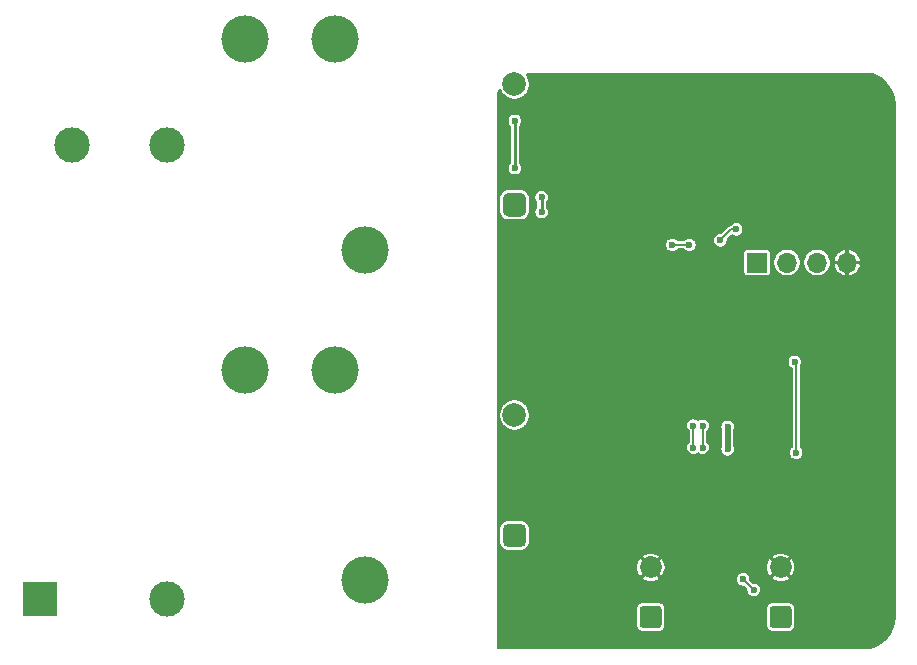
<source format=gbr>
%TF.GenerationSoftware,KiCad,Pcbnew,5.1.10*%
%TF.CreationDate,2021-08-16T03:58:39-04:00*%
%TF.ProjectId,wifi-50A-relay,77696669-2d35-4304-912d-72656c61792e,rev?*%
%TF.SameCoordinates,Original*%
%TF.FileFunction,Copper,L2,Bot*%
%TF.FilePolarity,Positive*%
%FSLAX46Y46*%
G04 Gerber Fmt 4.6, Leading zero omitted, Abs format (unit mm)*
G04 Created by KiCad (PCBNEW 5.1.10) date 2021-08-16 03:58:39*
%MOMM*%
%LPD*%
G01*
G04 APERTURE LIST*
%TA.AperFunction,ComponentPad*%
%ADD10R,3.000000X3.000000*%
%TD*%
%TA.AperFunction,ComponentPad*%
%ADD11C,3.000000*%
%TD*%
%TA.AperFunction,ComponentPad*%
%ADD12C,4.000000*%
%TD*%
%TA.AperFunction,ComponentPad*%
%ADD13C,2.000000*%
%TD*%
%TA.AperFunction,ComponentPad*%
%ADD14C,1.850000*%
%TD*%
%TA.AperFunction,ComponentPad*%
%ADD15O,1.700000X1.700000*%
%TD*%
%TA.AperFunction,ComponentPad*%
%ADD16R,1.700000X1.700000*%
%TD*%
%TA.AperFunction,ViaPad*%
%ADD17C,0.600000*%
%TD*%
%TA.AperFunction,Conductor*%
%ADD18C,0.250000*%
%TD*%
%TA.AperFunction,Conductor*%
%ADD19C,0.500000*%
%TD*%
%TA.AperFunction,Conductor*%
%ADD20C,0.127000*%
%TD*%
%TA.AperFunction,Conductor*%
%ADD21C,0.100000*%
%TD*%
G04 APERTURE END LIST*
D10*
%TO.P,PS1,1*%
%TO.N,/AC_PH_2*%
X40250000Y-82500000D03*
D11*
%TO.P,PS1,4*%
%TO.N,+12V*%
X43000000Y-44000000D03*
%TO.P,PS1,2*%
%TO.N,/AC_PH_1*%
X51000000Y-82500000D03*
%TO.P,PS1,3*%
%TO.N,GND*%
X51000000Y-44000000D03*
%TD*%
%TO.P,K2,A1*%
%TO.N,+12V*%
%TA.AperFunction,ComponentPad*%
G36*
G01*
X79460000Y-49600000D02*
X79460000Y-48600000D01*
G75*
G02*
X79960000Y-48100000I500000J0D01*
G01*
X80960000Y-48100000D01*
G75*
G02*
X81460000Y-48600000I0J-500000D01*
G01*
X81460000Y-49600000D01*
G75*
G02*
X80960000Y-50100000I-500000J0D01*
G01*
X79960000Y-50100000D01*
G75*
G02*
X79460000Y-49600000I0J500000D01*
G01*
G37*
%TD.AperFunction*%
D12*
%TO.P,K2,11*%
%TO.N,/AC_PH_2*%
X67800000Y-52900000D03*
%TO.P,K2,12*%
%TO.N,Net-(K2-Pad12)*%
X57660000Y-35100000D03*
%TO.P,K2,14*%
%TO.N,Net-(K2-Pad14)*%
X65260000Y-35100000D03*
D13*
%TO.P,K2,A2*%
%TO.N,Net-(D2-Pad2)*%
X80460000Y-38900000D03*
%TD*%
%TO.P,K1,A1*%
%TO.N,+12V*%
%TA.AperFunction,ComponentPad*%
G36*
G01*
X79460000Y-77600000D02*
X79460000Y-76600000D01*
G75*
G02*
X79960000Y-76100000I500000J0D01*
G01*
X80960000Y-76100000D01*
G75*
G02*
X81460000Y-76600000I0J-500000D01*
G01*
X81460000Y-77600000D01*
G75*
G02*
X80960000Y-78100000I-500000J0D01*
G01*
X79960000Y-78100000D01*
G75*
G02*
X79460000Y-77600000I0J500000D01*
G01*
G37*
%TD.AperFunction*%
D12*
%TO.P,K1,11*%
%TO.N,/AC_PH_1*%
X67800000Y-80900000D03*
%TO.P,K1,12*%
%TO.N,Net-(K1-Pad12)*%
X57660000Y-63100000D03*
%TO.P,K1,14*%
%TO.N,Net-(K1-Pad14)*%
X65260000Y-63100000D03*
D13*
%TO.P,K1,A2*%
%TO.N,Net-(D2-Pad2)*%
X80460000Y-66900000D03*
%TD*%
D14*
%TO.P,J3,2*%
%TO.N,GND*%
X103000000Y-79800000D03*
%TO.P,J3,1*%
%TO.N,Net-(C12-Pad1)*%
%TA.AperFunction,ComponentPad*%
G36*
G01*
X103675001Y-84925000D02*
X102324999Y-84925000D01*
G75*
G02*
X102075000Y-84675001I0J249999D01*
G01*
X102075000Y-83324999D01*
G75*
G02*
X102324999Y-83075000I249999J0D01*
G01*
X103675001Y-83075000D01*
G75*
G02*
X103925000Y-83324999I0J-249999D01*
G01*
X103925000Y-84675001D01*
G75*
G02*
X103675001Y-84925000I-249999J0D01*
G01*
G37*
%TD.AperFunction*%
%TD*%
%TO.P,J2,2*%
%TO.N,GND*%
X92000000Y-79800000D03*
%TO.P,J2,1*%
%TO.N,Net-(C11-Pad1)*%
%TA.AperFunction,ComponentPad*%
G36*
G01*
X92675001Y-84925000D02*
X91324999Y-84925000D01*
G75*
G02*
X91075000Y-84675001I0J249999D01*
G01*
X91075000Y-83324999D01*
G75*
G02*
X91324999Y-83075000I249999J0D01*
G01*
X92675001Y-83075000D01*
G75*
G02*
X92925000Y-83324999I0J-249999D01*
G01*
X92925000Y-84675001D01*
G75*
G02*
X92675001Y-84925000I-249999J0D01*
G01*
G37*
%TD.AperFunction*%
%TD*%
D15*
%TO.P,J1,4*%
%TO.N,GND*%
X108620000Y-54000000D03*
%TO.P,J1,3*%
%TO.N,Net-(J1-Pad3)*%
X106080000Y-54000000D03*
%TO.P,J1,2*%
%TO.N,Net-(J1-Pad2)*%
X103540000Y-54000000D03*
D16*
%TO.P,J1,1*%
%TO.N,+3V3*%
X101000000Y-54000000D03*
%TD*%
D17*
%TO.N,GND*%
X100400000Y-73700000D03*
X100450000Y-71900000D03*
X81000000Y-52000000D03*
X81000000Y-59000000D03*
X91500000Y-44250000D03*
X89250000Y-41250000D03*
X89250000Y-38500000D03*
X88250000Y-40000000D03*
X94000000Y-41500000D03*
X111200000Y-46000000D03*
X109300000Y-46000000D03*
X109200000Y-38500000D03*
X93800000Y-50500000D03*
X91800000Y-50500000D03*
X92700000Y-51500000D03*
X90200000Y-61200000D03*
X97200000Y-83800000D03*
X97300000Y-85600000D03*
X99300000Y-83500000D03*
X95700000Y-83600000D03*
X93600000Y-76200000D03*
X94500000Y-77100000D03*
X94800000Y-81800000D03*
X98600000Y-74500000D03*
X98600000Y-76800000D03*
X95100000Y-72800000D03*
X92400000Y-72400000D03*
X106700000Y-60600000D03*
X106700000Y-58000000D03*
X106500000Y-65700000D03*
X102500000Y-70000000D03*
X100900000Y-68100000D03*
X102500000Y-66200000D03*
X99800000Y-66300000D03*
X101000000Y-65000000D03*
X109400000Y-71300000D03*
X108300000Y-72800000D03*
X111800000Y-70700000D03*
X110700000Y-71900000D03*
X104400000Y-52200000D03*
X105900000Y-56100000D03*
X101800000Y-57300000D03*
X100700000Y-61700000D03*
X98700000Y-54000000D03*
X98500000Y-61400000D03*
X97700000Y-70700000D03*
X95900000Y-56300000D03*
X97100000Y-66700000D03*
X95400000Y-49600000D03*
X100500000Y-82500000D03*
X98500000Y-81000000D03*
X100250000Y-79750000D03*
X79269999Y-43730001D03*
X82000000Y-44000000D03*
X82000000Y-42000000D03*
X82000000Y-46000000D03*
X84000000Y-42000000D03*
X84000000Y-44000000D03*
X84000000Y-46000000D03*
X94000000Y-44200000D03*
X94000000Y-46600000D03*
X91500000Y-46300000D03*
X84600000Y-51200000D03*
X87000000Y-55400000D03*
X91300000Y-58200000D03*
X93800000Y-67500000D03*
X93500000Y-54600000D03*
X80000000Y-85000000D03*
X110000000Y-85000000D03*
X85000000Y-85000000D03*
X110000000Y-75000000D03*
X105000000Y-75000000D03*
X80000000Y-80000000D03*
X80000000Y-75000000D03*
X80000000Y-70000000D03*
X85000000Y-70000000D03*
X90000000Y-70000000D03*
X90000000Y-75000000D03*
X90000000Y-65000000D03*
X85000000Y-65000000D03*
%TO.N,+3V3*%
X98500000Y-67900000D03*
X98500000Y-69800000D03*
%TO.N,Net-(C7-Pad2)*%
X104300000Y-70100000D03*
X104195000Y-62405000D03*
%TO.N,Net-(D2-Pad2)*%
X80500000Y-42000000D03*
X80500000Y-46000000D03*
X82750000Y-48475000D03*
X82750000Y-49725000D03*
%TO.N,/SW*%
X97900000Y-52100000D03*
X99230331Y-51169669D03*
X93800001Y-52500000D03*
X95254011Y-52500000D03*
%TO.N,/SCL*%
X96400000Y-69650000D03*
X96400000Y-67822990D03*
%TO.N,/SDA*%
X95599997Y-69650000D03*
X95600585Y-67792360D03*
%TO.N,Net-(C12-Pad1)*%
X99819557Y-80819557D03*
X100703441Y-81703441D03*
%TD*%
D18*
%TO.N,GND*%
X100400000Y-74700000D02*
X100500000Y-74800000D01*
X100400000Y-73000000D02*
X100400000Y-74700000D01*
D19*
%TO.N,+3V3*%
X98500000Y-67900000D02*
X98500000Y-69800000D01*
D20*
%TO.N,Net-(C7-Pad2)*%
X104300000Y-62510000D02*
X104195000Y-62405000D01*
X104300000Y-70100000D02*
X104300000Y-62510000D01*
D18*
%TO.N,Net-(D2-Pad2)*%
X80500000Y-42000000D02*
X80500000Y-46000000D01*
X82750000Y-48475000D02*
X82750000Y-49725000D01*
D20*
%TO.N,/SW*%
X98830331Y-51169669D02*
X99230331Y-51169669D01*
X97900000Y-52100000D02*
X98830331Y-51169669D01*
X93800001Y-52500000D02*
X95254011Y-52500000D01*
%TO.N,/SCL*%
X96400000Y-69650000D02*
X96400000Y-67822990D01*
%TO.N,/SDA*%
X95599997Y-67792948D02*
X95600585Y-67792360D01*
X95599997Y-69650000D02*
X95599997Y-67792948D01*
%TO.N,Net-(C12-Pad1)*%
X99819557Y-80819557D02*
X100703441Y-81703441D01*
%TD*%
%TO.N,GND*%
X111012067Y-38144537D02*
X111469731Y-38387880D01*
X111871408Y-38715482D01*
X112201806Y-39114864D01*
X112448337Y-39570814D01*
X112601612Y-40065967D01*
X112657489Y-40597602D01*
X112657500Y-40600620D01*
X112657501Y-83983243D01*
X112605277Y-84515857D01*
X112455463Y-85012067D01*
X112212118Y-85469733D01*
X111884521Y-85871406D01*
X111485136Y-86201806D01*
X111029186Y-86448337D01*
X110534035Y-86601612D01*
X110002398Y-86657489D01*
X109999380Y-86657500D01*
X79063500Y-86657500D01*
X79063500Y-83324999D01*
X90755964Y-83324999D01*
X90755964Y-84675001D01*
X90766898Y-84786014D01*
X90799279Y-84892761D01*
X90851864Y-84991140D01*
X90922630Y-85077370D01*
X91008860Y-85148136D01*
X91107239Y-85200721D01*
X91213986Y-85233102D01*
X91324999Y-85244036D01*
X92675001Y-85244036D01*
X92786014Y-85233102D01*
X92892761Y-85200721D01*
X92991140Y-85148136D01*
X93077370Y-85077370D01*
X93148136Y-84991140D01*
X93200721Y-84892761D01*
X93233102Y-84786014D01*
X93244036Y-84675001D01*
X93244036Y-83324999D01*
X101755964Y-83324999D01*
X101755964Y-84675001D01*
X101766898Y-84786014D01*
X101799279Y-84892761D01*
X101851864Y-84991140D01*
X101922630Y-85077370D01*
X102008860Y-85148136D01*
X102107239Y-85200721D01*
X102213986Y-85233102D01*
X102324999Y-85244036D01*
X103675001Y-85244036D01*
X103786014Y-85233102D01*
X103892761Y-85200721D01*
X103991140Y-85148136D01*
X104077370Y-85077370D01*
X104148136Y-84991140D01*
X104200721Y-84892761D01*
X104233102Y-84786014D01*
X104244036Y-84675001D01*
X104244036Y-83324999D01*
X104233102Y-83213986D01*
X104200721Y-83107239D01*
X104148136Y-83008860D01*
X104077370Y-82922630D01*
X103991140Y-82851864D01*
X103892761Y-82799279D01*
X103786014Y-82766898D01*
X103675001Y-82755964D01*
X102324999Y-82755964D01*
X102213986Y-82766898D01*
X102107239Y-82799279D01*
X102008860Y-82851864D01*
X101922630Y-82922630D01*
X101851864Y-83008860D01*
X101799279Y-83107239D01*
X101766898Y-83213986D01*
X101755964Y-83324999D01*
X93244036Y-83324999D01*
X93233102Y-83213986D01*
X93200721Y-83107239D01*
X93148136Y-83008860D01*
X93077370Y-82922630D01*
X92991140Y-82851864D01*
X92892761Y-82799279D01*
X92786014Y-82766898D01*
X92675001Y-82755964D01*
X91324999Y-82755964D01*
X91213986Y-82766898D01*
X91107239Y-82799279D01*
X91008860Y-82851864D01*
X90922630Y-82922630D01*
X90851864Y-83008860D01*
X90799279Y-83107239D01*
X90766898Y-83213986D01*
X90755964Y-83324999D01*
X79063500Y-83324999D01*
X79063500Y-80670386D01*
X91219417Y-80670386D01*
X91318466Y-80846085D01*
X91535642Y-80958944D01*
X91770664Y-81027267D01*
X92014499Y-81048427D01*
X92257776Y-81021610D01*
X92491146Y-80947848D01*
X92681534Y-80846085D01*
X92730774Y-80758739D01*
X99202057Y-80758739D01*
X99202057Y-80880375D01*
X99225787Y-80999675D01*
X99272335Y-81112053D01*
X99339913Y-81213190D01*
X99425924Y-81299201D01*
X99527061Y-81366779D01*
X99639439Y-81413327D01*
X99758739Y-81437057D01*
X99880375Y-81437057D01*
X99895278Y-81434093D01*
X100088905Y-81627720D01*
X100085941Y-81642623D01*
X100085941Y-81764259D01*
X100109671Y-81883559D01*
X100156219Y-81995937D01*
X100223797Y-82097074D01*
X100309808Y-82183085D01*
X100410945Y-82250663D01*
X100523323Y-82297211D01*
X100642623Y-82320941D01*
X100764259Y-82320941D01*
X100883559Y-82297211D01*
X100995937Y-82250663D01*
X101097074Y-82183085D01*
X101183085Y-82097074D01*
X101250663Y-81995937D01*
X101297211Y-81883559D01*
X101320941Y-81764259D01*
X101320941Y-81642623D01*
X101297211Y-81523323D01*
X101250663Y-81410945D01*
X101183085Y-81309808D01*
X101097074Y-81223797D01*
X100995937Y-81156219D01*
X100883559Y-81109671D01*
X100764259Y-81085941D01*
X100642623Y-81085941D01*
X100627720Y-81088905D01*
X100434093Y-80895278D01*
X100437057Y-80880375D01*
X100437057Y-80758739D01*
X100419483Y-80670386D01*
X102219417Y-80670386D01*
X102318466Y-80846085D01*
X102535642Y-80958944D01*
X102770664Y-81027267D01*
X103014499Y-81048427D01*
X103257776Y-81021610D01*
X103491146Y-80947848D01*
X103681534Y-80846085D01*
X103780583Y-80670386D01*
X103000000Y-79889803D01*
X102219417Y-80670386D01*
X100419483Y-80670386D01*
X100413327Y-80639439D01*
X100366779Y-80527061D01*
X100299201Y-80425924D01*
X100213190Y-80339913D01*
X100112053Y-80272335D01*
X99999675Y-80225787D01*
X99880375Y-80202057D01*
X99758739Y-80202057D01*
X99639439Y-80225787D01*
X99527061Y-80272335D01*
X99425924Y-80339913D01*
X99339913Y-80425924D01*
X99272335Y-80527061D01*
X99225787Y-80639439D01*
X99202057Y-80758739D01*
X92730774Y-80758739D01*
X92780583Y-80670386D01*
X92000000Y-79889803D01*
X91219417Y-80670386D01*
X79063500Y-80670386D01*
X79063500Y-79814499D01*
X90751573Y-79814499D01*
X90778390Y-80057776D01*
X90852152Y-80291146D01*
X90953915Y-80481534D01*
X91129614Y-80580583D01*
X91910197Y-79800000D01*
X92089803Y-79800000D01*
X92870386Y-80580583D01*
X93046085Y-80481534D01*
X93158944Y-80264358D01*
X93227267Y-80029336D01*
X93245910Y-79814499D01*
X101751573Y-79814499D01*
X101778390Y-80057776D01*
X101852152Y-80291146D01*
X101953915Y-80481534D01*
X102129614Y-80580583D01*
X102910197Y-79800000D01*
X103089803Y-79800000D01*
X103870386Y-80580583D01*
X104046085Y-80481534D01*
X104158944Y-80264358D01*
X104227267Y-80029336D01*
X104248427Y-79785501D01*
X104221610Y-79542224D01*
X104147848Y-79308854D01*
X104046085Y-79118466D01*
X103870386Y-79019417D01*
X103089803Y-79800000D01*
X102910197Y-79800000D01*
X102129614Y-79019417D01*
X101953915Y-79118466D01*
X101841056Y-79335642D01*
X101772733Y-79570664D01*
X101751573Y-79814499D01*
X93245910Y-79814499D01*
X93248427Y-79785501D01*
X93221610Y-79542224D01*
X93147848Y-79308854D01*
X93046085Y-79118466D01*
X92870386Y-79019417D01*
X92089803Y-79800000D01*
X91910197Y-79800000D01*
X91129614Y-79019417D01*
X90953915Y-79118466D01*
X90841056Y-79335642D01*
X90772733Y-79570664D01*
X90751573Y-79814499D01*
X79063500Y-79814499D01*
X79063500Y-78929614D01*
X91219417Y-78929614D01*
X92000000Y-79710197D01*
X92780583Y-78929614D01*
X102219417Y-78929614D01*
X103000000Y-79710197D01*
X103780583Y-78929614D01*
X103681534Y-78753915D01*
X103464358Y-78641056D01*
X103229336Y-78572733D01*
X102985501Y-78551573D01*
X102742224Y-78578390D01*
X102508854Y-78652152D01*
X102318466Y-78753915D01*
X102219417Y-78929614D01*
X92780583Y-78929614D01*
X92681534Y-78753915D01*
X92464358Y-78641056D01*
X92229336Y-78572733D01*
X91985501Y-78551573D01*
X91742224Y-78578390D01*
X91508854Y-78652152D01*
X91318466Y-78753915D01*
X91219417Y-78929614D01*
X79063500Y-78929614D01*
X79063500Y-76600000D01*
X79140964Y-76600000D01*
X79140964Y-77600000D01*
X79156702Y-77759786D01*
X79203309Y-77913432D01*
X79278996Y-78055032D01*
X79380854Y-78179146D01*
X79504968Y-78281004D01*
X79646568Y-78356691D01*
X79800214Y-78403298D01*
X79960000Y-78419036D01*
X80960000Y-78419036D01*
X81119786Y-78403298D01*
X81273432Y-78356691D01*
X81415032Y-78281004D01*
X81539146Y-78179146D01*
X81641004Y-78055032D01*
X81716691Y-77913432D01*
X81763298Y-77759786D01*
X81779036Y-77600000D01*
X81779036Y-76600000D01*
X81763298Y-76440214D01*
X81716691Y-76286568D01*
X81641004Y-76144968D01*
X81539146Y-76020854D01*
X81415032Y-75918996D01*
X81273432Y-75843309D01*
X81119786Y-75796702D01*
X80960000Y-75780964D01*
X79960000Y-75780964D01*
X79800214Y-75796702D01*
X79646568Y-75843309D01*
X79504968Y-75918996D01*
X79380854Y-76020854D01*
X79278996Y-76144968D01*
X79203309Y-76286568D01*
X79156702Y-76440214D01*
X79140964Y-76600000D01*
X79063500Y-76600000D01*
X79063500Y-69589182D01*
X94982497Y-69589182D01*
X94982497Y-69710818D01*
X95006227Y-69830118D01*
X95052775Y-69942496D01*
X95120353Y-70043633D01*
X95206364Y-70129644D01*
X95307501Y-70197222D01*
X95419879Y-70243770D01*
X95539179Y-70267500D01*
X95660815Y-70267500D01*
X95780115Y-70243770D01*
X95892493Y-70197222D01*
X95993630Y-70129644D01*
X95999999Y-70123276D01*
X96006367Y-70129644D01*
X96107504Y-70197222D01*
X96219882Y-70243770D01*
X96339182Y-70267500D01*
X96460818Y-70267500D01*
X96580118Y-70243770D01*
X96692496Y-70197222D01*
X96793633Y-70129644D01*
X96879644Y-70043633D01*
X96947222Y-69942496D01*
X96993770Y-69830118D01*
X97017500Y-69710818D01*
X97017500Y-69589182D01*
X96993770Y-69469882D01*
X96947222Y-69357504D01*
X96879644Y-69256367D01*
X96793633Y-69170356D01*
X96781000Y-69161915D01*
X96781000Y-68311075D01*
X96793633Y-68302634D01*
X96879644Y-68216623D01*
X96947222Y-68115486D01*
X96993770Y-68003108D01*
X97017500Y-67883808D01*
X97017500Y-67839182D01*
X97882500Y-67839182D01*
X97882500Y-67960818D01*
X97906230Y-68080118D01*
X97932500Y-68143540D01*
X97932501Y-69556458D01*
X97906230Y-69619882D01*
X97882500Y-69739182D01*
X97882500Y-69860818D01*
X97906230Y-69980118D01*
X97952778Y-70092496D01*
X98020356Y-70193633D01*
X98106367Y-70279644D01*
X98207504Y-70347222D01*
X98319882Y-70393770D01*
X98439182Y-70417500D01*
X98560818Y-70417500D01*
X98680118Y-70393770D01*
X98792496Y-70347222D01*
X98893633Y-70279644D01*
X98979644Y-70193633D01*
X99047222Y-70092496D01*
X99093770Y-69980118D01*
X99117500Y-69860818D01*
X99117500Y-69739182D01*
X99093770Y-69619882D01*
X99067500Y-69556460D01*
X99067500Y-68143540D01*
X99093770Y-68080118D01*
X99117500Y-67960818D01*
X99117500Y-67839182D01*
X99093770Y-67719882D01*
X99047222Y-67607504D01*
X98979644Y-67506367D01*
X98893633Y-67420356D01*
X98792496Y-67352778D01*
X98680118Y-67306230D01*
X98560818Y-67282500D01*
X98439182Y-67282500D01*
X98319882Y-67306230D01*
X98207504Y-67352778D01*
X98106367Y-67420356D01*
X98020356Y-67506367D01*
X97952778Y-67607504D01*
X97906230Y-67719882D01*
X97882500Y-67839182D01*
X97017500Y-67839182D01*
X97017500Y-67762172D01*
X96993770Y-67642872D01*
X96947222Y-67530494D01*
X96879644Y-67429357D01*
X96793633Y-67343346D01*
X96692496Y-67275768D01*
X96580118Y-67229220D01*
X96460818Y-67205490D01*
X96339182Y-67205490D01*
X96219882Y-67229220D01*
X96107504Y-67275768D01*
X96017446Y-67335944D01*
X95994218Y-67312716D01*
X95893081Y-67245138D01*
X95780703Y-67198590D01*
X95661403Y-67174860D01*
X95539767Y-67174860D01*
X95420467Y-67198590D01*
X95308089Y-67245138D01*
X95206952Y-67312716D01*
X95120941Y-67398727D01*
X95053363Y-67499864D01*
X95006815Y-67612242D01*
X94983085Y-67731542D01*
X94983085Y-67853178D01*
X95006815Y-67972478D01*
X95053363Y-68084856D01*
X95120941Y-68185993D01*
X95206952Y-68272004D01*
X95218998Y-68280053D01*
X95218997Y-69161915D01*
X95206364Y-69170356D01*
X95120353Y-69256367D01*
X95052775Y-69357504D01*
X95006227Y-69469882D01*
X94982497Y-69589182D01*
X79063500Y-69589182D01*
X79063500Y-66770238D01*
X79142500Y-66770238D01*
X79142500Y-67029762D01*
X79193131Y-67284301D01*
X79292446Y-67524070D01*
X79436631Y-67739857D01*
X79620143Y-67923369D01*
X79835930Y-68067554D01*
X80075699Y-68166869D01*
X80330238Y-68217500D01*
X80589762Y-68217500D01*
X80844301Y-68166869D01*
X81084070Y-68067554D01*
X81299857Y-67923369D01*
X81483369Y-67739857D01*
X81627554Y-67524070D01*
X81726869Y-67284301D01*
X81777500Y-67029762D01*
X81777500Y-66770238D01*
X81726869Y-66515699D01*
X81627554Y-66275930D01*
X81483369Y-66060143D01*
X81299857Y-65876631D01*
X81084070Y-65732446D01*
X80844301Y-65633131D01*
X80589762Y-65582500D01*
X80330238Y-65582500D01*
X80075699Y-65633131D01*
X79835930Y-65732446D01*
X79620143Y-65876631D01*
X79436631Y-66060143D01*
X79292446Y-66275930D01*
X79193131Y-66515699D01*
X79142500Y-66770238D01*
X79063500Y-66770238D01*
X79063500Y-62344182D01*
X103577500Y-62344182D01*
X103577500Y-62465818D01*
X103601230Y-62585118D01*
X103647778Y-62697496D01*
X103715356Y-62798633D01*
X103801367Y-62884644D01*
X103902504Y-62952222D01*
X103919001Y-62959055D01*
X103919000Y-69611915D01*
X103906367Y-69620356D01*
X103820356Y-69706367D01*
X103752778Y-69807504D01*
X103706230Y-69919882D01*
X103682500Y-70039182D01*
X103682500Y-70160818D01*
X103706230Y-70280118D01*
X103752778Y-70392496D01*
X103820356Y-70493633D01*
X103906367Y-70579644D01*
X104007504Y-70647222D01*
X104119882Y-70693770D01*
X104239182Y-70717500D01*
X104360818Y-70717500D01*
X104480118Y-70693770D01*
X104592496Y-70647222D01*
X104693633Y-70579644D01*
X104779644Y-70493633D01*
X104847222Y-70392496D01*
X104893770Y-70280118D01*
X104917500Y-70160818D01*
X104917500Y-70039182D01*
X104893770Y-69919882D01*
X104847222Y-69807504D01*
X104779644Y-69706367D01*
X104693633Y-69620356D01*
X104681000Y-69611915D01*
X104681000Y-62789121D01*
X104742222Y-62697496D01*
X104788770Y-62585118D01*
X104812500Y-62465818D01*
X104812500Y-62344182D01*
X104788770Y-62224882D01*
X104742222Y-62112504D01*
X104674644Y-62011367D01*
X104588633Y-61925356D01*
X104487496Y-61857778D01*
X104375118Y-61811230D01*
X104255818Y-61787500D01*
X104134182Y-61787500D01*
X104014882Y-61811230D01*
X103902504Y-61857778D01*
X103801367Y-61925356D01*
X103715356Y-62011367D01*
X103647778Y-62112504D01*
X103601230Y-62224882D01*
X103577500Y-62344182D01*
X79063500Y-62344182D01*
X79063500Y-53150000D01*
X99830964Y-53150000D01*
X99830964Y-54850000D01*
X99837094Y-54912241D01*
X99855249Y-54972090D01*
X99884731Y-55027247D01*
X99924407Y-55075593D01*
X99972753Y-55115269D01*
X100027910Y-55144751D01*
X100087759Y-55162906D01*
X100150000Y-55169036D01*
X101850000Y-55169036D01*
X101912241Y-55162906D01*
X101972090Y-55144751D01*
X102027247Y-55115269D01*
X102075593Y-55075593D01*
X102115269Y-55027247D01*
X102144751Y-54972090D01*
X102162906Y-54912241D01*
X102169036Y-54850000D01*
X102169036Y-53885011D01*
X102372500Y-53885011D01*
X102372500Y-54114989D01*
X102417366Y-54340547D01*
X102505375Y-54553019D01*
X102633144Y-54744238D01*
X102795762Y-54906856D01*
X102986981Y-55034625D01*
X103199453Y-55122634D01*
X103425011Y-55167500D01*
X103654989Y-55167500D01*
X103880547Y-55122634D01*
X104093019Y-55034625D01*
X104284238Y-54906856D01*
X104446856Y-54744238D01*
X104574625Y-54553019D01*
X104662634Y-54340547D01*
X104707500Y-54114989D01*
X104707500Y-53885011D01*
X104912500Y-53885011D01*
X104912500Y-54114989D01*
X104957366Y-54340547D01*
X105045375Y-54553019D01*
X105173144Y-54744238D01*
X105335762Y-54906856D01*
X105526981Y-55034625D01*
X105739453Y-55122634D01*
X105965011Y-55167500D01*
X106194989Y-55167500D01*
X106420547Y-55122634D01*
X106633019Y-55034625D01*
X106824238Y-54906856D01*
X106986856Y-54744238D01*
X107114625Y-54553019D01*
X107202634Y-54340547D01*
X107221622Y-54245086D01*
X107478511Y-54245086D01*
X107548258Y-54463070D01*
X107659192Y-54663259D01*
X107807049Y-54837959D01*
X107986147Y-54980457D01*
X108189604Y-55085276D01*
X108374915Y-55141486D01*
X108556500Y-55086271D01*
X108556500Y-54063500D01*
X108683500Y-54063500D01*
X108683500Y-55086271D01*
X108865085Y-55141486D01*
X109050396Y-55085276D01*
X109253853Y-54980457D01*
X109432951Y-54837959D01*
X109580808Y-54663259D01*
X109691742Y-54463070D01*
X109761489Y-54245086D01*
X109706400Y-54063500D01*
X108683500Y-54063500D01*
X108556500Y-54063500D01*
X107533600Y-54063500D01*
X107478511Y-54245086D01*
X107221622Y-54245086D01*
X107247500Y-54114989D01*
X107247500Y-53885011D01*
X107221623Y-53754914D01*
X107478511Y-53754914D01*
X107533600Y-53936500D01*
X108556500Y-53936500D01*
X108556500Y-52913729D01*
X108683500Y-52913729D01*
X108683500Y-53936500D01*
X109706400Y-53936500D01*
X109761489Y-53754914D01*
X109691742Y-53536930D01*
X109580808Y-53336741D01*
X109432951Y-53162041D01*
X109253853Y-53019543D01*
X109050396Y-52914724D01*
X108865085Y-52858514D01*
X108683500Y-52913729D01*
X108556500Y-52913729D01*
X108374915Y-52858514D01*
X108189604Y-52914724D01*
X107986147Y-53019543D01*
X107807049Y-53162041D01*
X107659192Y-53336741D01*
X107548258Y-53536930D01*
X107478511Y-53754914D01*
X107221623Y-53754914D01*
X107202634Y-53659453D01*
X107114625Y-53446981D01*
X106986856Y-53255762D01*
X106824238Y-53093144D01*
X106633019Y-52965375D01*
X106420547Y-52877366D01*
X106194989Y-52832500D01*
X105965011Y-52832500D01*
X105739453Y-52877366D01*
X105526981Y-52965375D01*
X105335762Y-53093144D01*
X105173144Y-53255762D01*
X105045375Y-53446981D01*
X104957366Y-53659453D01*
X104912500Y-53885011D01*
X104707500Y-53885011D01*
X104662634Y-53659453D01*
X104574625Y-53446981D01*
X104446856Y-53255762D01*
X104284238Y-53093144D01*
X104093019Y-52965375D01*
X103880547Y-52877366D01*
X103654989Y-52832500D01*
X103425011Y-52832500D01*
X103199453Y-52877366D01*
X102986981Y-52965375D01*
X102795762Y-53093144D01*
X102633144Y-53255762D01*
X102505375Y-53446981D01*
X102417366Y-53659453D01*
X102372500Y-53885011D01*
X102169036Y-53885011D01*
X102169036Y-53150000D01*
X102162906Y-53087759D01*
X102144751Y-53027910D01*
X102115269Y-52972753D01*
X102075593Y-52924407D01*
X102027247Y-52884731D01*
X101972090Y-52855249D01*
X101912241Y-52837094D01*
X101850000Y-52830964D01*
X100150000Y-52830964D01*
X100087759Y-52837094D01*
X100027910Y-52855249D01*
X99972753Y-52884731D01*
X99924407Y-52924407D01*
X99884731Y-52972753D01*
X99855249Y-53027910D01*
X99837094Y-53087759D01*
X99830964Y-53150000D01*
X79063500Y-53150000D01*
X79063500Y-52439182D01*
X93182501Y-52439182D01*
X93182501Y-52560818D01*
X93206231Y-52680118D01*
X93252779Y-52792496D01*
X93320357Y-52893633D01*
X93406368Y-52979644D01*
X93507505Y-53047222D01*
X93619883Y-53093770D01*
X93739183Y-53117500D01*
X93860819Y-53117500D01*
X93980119Y-53093770D01*
X94092497Y-53047222D01*
X94193634Y-52979644D01*
X94279645Y-52893633D01*
X94288086Y-52881000D01*
X94765926Y-52881000D01*
X94774367Y-52893633D01*
X94860378Y-52979644D01*
X94961515Y-53047222D01*
X95073893Y-53093770D01*
X95193193Y-53117500D01*
X95314829Y-53117500D01*
X95434129Y-53093770D01*
X95546507Y-53047222D01*
X95647644Y-52979644D01*
X95733655Y-52893633D01*
X95801233Y-52792496D01*
X95847781Y-52680118D01*
X95871511Y-52560818D01*
X95871511Y-52439182D01*
X95847781Y-52319882D01*
X95801233Y-52207504D01*
X95733655Y-52106367D01*
X95666470Y-52039182D01*
X97282500Y-52039182D01*
X97282500Y-52160818D01*
X97306230Y-52280118D01*
X97352778Y-52392496D01*
X97420356Y-52493633D01*
X97506367Y-52579644D01*
X97607504Y-52647222D01*
X97719882Y-52693770D01*
X97839182Y-52717500D01*
X97960818Y-52717500D01*
X98080118Y-52693770D01*
X98192496Y-52647222D01*
X98293633Y-52579644D01*
X98379644Y-52493633D01*
X98447222Y-52392496D01*
X98493770Y-52280118D01*
X98517500Y-52160818D01*
X98517500Y-52039182D01*
X98514536Y-52024279D01*
X98868351Y-51670463D01*
X98937835Y-51716891D01*
X99050213Y-51763439D01*
X99169513Y-51787169D01*
X99291149Y-51787169D01*
X99410449Y-51763439D01*
X99522827Y-51716891D01*
X99623964Y-51649313D01*
X99709975Y-51563302D01*
X99777553Y-51462165D01*
X99824101Y-51349787D01*
X99847831Y-51230487D01*
X99847831Y-51108851D01*
X99824101Y-50989551D01*
X99777553Y-50877173D01*
X99709975Y-50776036D01*
X99623964Y-50690025D01*
X99522827Y-50622447D01*
X99410449Y-50575899D01*
X99291149Y-50552169D01*
X99169513Y-50552169D01*
X99050213Y-50575899D01*
X98937835Y-50622447D01*
X98836698Y-50690025D01*
X98750687Y-50776036D01*
X98734220Y-50800680D01*
X98683823Y-50815968D01*
X98617634Y-50851347D01*
X98588303Y-50875419D01*
X98559620Y-50898958D01*
X98547690Y-50913495D01*
X97975721Y-51485464D01*
X97960818Y-51482500D01*
X97839182Y-51482500D01*
X97719882Y-51506230D01*
X97607504Y-51552778D01*
X97506367Y-51620356D01*
X97420356Y-51706367D01*
X97352778Y-51807504D01*
X97306230Y-51919882D01*
X97282500Y-52039182D01*
X95666470Y-52039182D01*
X95647644Y-52020356D01*
X95546507Y-51952778D01*
X95434129Y-51906230D01*
X95314829Y-51882500D01*
X95193193Y-51882500D01*
X95073893Y-51906230D01*
X94961515Y-51952778D01*
X94860378Y-52020356D01*
X94774367Y-52106367D01*
X94765926Y-52119000D01*
X94288086Y-52119000D01*
X94279645Y-52106367D01*
X94193634Y-52020356D01*
X94092497Y-51952778D01*
X93980119Y-51906230D01*
X93860819Y-51882500D01*
X93739183Y-51882500D01*
X93619883Y-51906230D01*
X93507505Y-51952778D01*
X93406368Y-52020356D01*
X93320357Y-52106367D01*
X93252779Y-52207504D01*
X93206231Y-52319882D01*
X93182501Y-52439182D01*
X79063500Y-52439182D01*
X79063500Y-48600000D01*
X79140964Y-48600000D01*
X79140964Y-49600000D01*
X79156702Y-49759786D01*
X79203309Y-49913432D01*
X79278996Y-50055032D01*
X79380854Y-50179146D01*
X79504968Y-50281004D01*
X79646568Y-50356691D01*
X79800214Y-50403298D01*
X79960000Y-50419036D01*
X80960000Y-50419036D01*
X81119786Y-50403298D01*
X81273432Y-50356691D01*
X81415032Y-50281004D01*
X81539146Y-50179146D01*
X81641004Y-50055032D01*
X81716691Y-49913432D01*
X81763298Y-49759786D01*
X81779036Y-49600000D01*
X81779036Y-48600000D01*
X81763298Y-48440214D01*
X81755402Y-48414182D01*
X82132500Y-48414182D01*
X82132500Y-48535818D01*
X82156230Y-48655118D01*
X82202778Y-48767496D01*
X82270356Y-48868633D01*
X82307500Y-48905777D01*
X82307501Y-49294222D01*
X82270356Y-49331367D01*
X82202778Y-49432504D01*
X82156230Y-49544882D01*
X82132500Y-49664182D01*
X82132500Y-49785818D01*
X82156230Y-49905118D01*
X82202778Y-50017496D01*
X82270356Y-50118633D01*
X82356367Y-50204644D01*
X82457504Y-50272222D01*
X82569882Y-50318770D01*
X82689182Y-50342500D01*
X82810818Y-50342500D01*
X82930118Y-50318770D01*
X83042496Y-50272222D01*
X83143633Y-50204644D01*
X83229644Y-50118633D01*
X83297222Y-50017496D01*
X83343770Y-49905118D01*
X83367500Y-49785818D01*
X83367500Y-49664182D01*
X83343770Y-49544882D01*
X83297222Y-49432504D01*
X83229644Y-49331367D01*
X83192500Y-49294223D01*
X83192500Y-48905777D01*
X83229644Y-48868633D01*
X83297222Y-48767496D01*
X83343770Y-48655118D01*
X83367500Y-48535818D01*
X83367500Y-48414182D01*
X83343770Y-48294882D01*
X83297222Y-48182504D01*
X83229644Y-48081367D01*
X83143633Y-47995356D01*
X83042496Y-47927778D01*
X82930118Y-47881230D01*
X82810818Y-47857500D01*
X82689182Y-47857500D01*
X82569882Y-47881230D01*
X82457504Y-47927778D01*
X82356367Y-47995356D01*
X82270356Y-48081367D01*
X82202778Y-48182504D01*
X82156230Y-48294882D01*
X82132500Y-48414182D01*
X81755402Y-48414182D01*
X81716691Y-48286568D01*
X81641004Y-48144968D01*
X81539146Y-48020854D01*
X81415032Y-47918996D01*
X81273432Y-47843309D01*
X81119786Y-47796702D01*
X80960000Y-47780964D01*
X79960000Y-47780964D01*
X79800214Y-47796702D01*
X79646568Y-47843309D01*
X79504968Y-47918996D01*
X79380854Y-48020854D01*
X79278996Y-48144968D01*
X79203309Y-48286568D01*
X79156702Y-48440214D01*
X79140964Y-48600000D01*
X79063500Y-48600000D01*
X79063500Y-41939182D01*
X79882500Y-41939182D01*
X79882500Y-42060818D01*
X79906230Y-42180118D01*
X79952778Y-42292496D01*
X80020356Y-42393633D01*
X80057500Y-42430777D01*
X80057501Y-45569222D01*
X80020356Y-45606367D01*
X79952778Y-45707504D01*
X79906230Y-45819882D01*
X79882500Y-45939182D01*
X79882500Y-46060818D01*
X79906230Y-46180118D01*
X79952778Y-46292496D01*
X80020356Y-46393633D01*
X80106367Y-46479644D01*
X80207504Y-46547222D01*
X80319882Y-46593770D01*
X80439182Y-46617500D01*
X80560818Y-46617500D01*
X80680118Y-46593770D01*
X80792496Y-46547222D01*
X80893633Y-46479644D01*
X80979644Y-46393633D01*
X81047222Y-46292496D01*
X81093770Y-46180118D01*
X81117500Y-46060818D01*
X81117500Y-45939182D01*
X81093770Y-45819882D01*
X81047222Y-45707504D01*
X80979644Y-45606367D01*
X80942500Y-45569223D01*
X80942500Y-42430777D01*
X80979644Y-42393633D01*
X81047222Y-42292496D01*
X81093770Y-42180118D01*
X81117500Y-42060818D01*
X81117500Y-41939182D01*
X81093770Y-41819882D01*
X81047222Y-41707504D01*
X80979644Y-41606367D01*
X80893633Y-41520356D01*
X80792496Y-41452778D01*
X80680118Y-41406230D01*
X80560818Y-41382500D01*
X80439182Y-41382500D01*
X80319882Y-41406230D01*
X80207504Y-41452778D01*
X80106367Y-41520356D01*
X80020356Y-41606367D01*
X79952778Y-41707504D01*
X79906230Y-41819882D01*
X79882500Y-41939182D01*
X79063500Y-41939182D01*
X79063500Y-40002265D01*
X79083371Y-39724433D01*
X79142098Y-39454468D01*
X79199675Y-39300099D01*
X79292446Y-39524070D01*
X79436631Y-39739857D01*
X79620143Y-39923369D01*
X79835930Y-40067554D01*
X80075699Y-40166869D01*
X80330238Y-40217500D01*
X80589762Y-40217500D01*
X80844301Y-40166869D01*
X81084070Y-40067554D01*
X81299857Y-39923369D01*
X81483369Y-39739857D01*
X81627554Y-39524070D01*
X81726869Y-39284301D01*
X81777500Y-39029762D01*
X81777500Y-38770238D01*
X81726869Y-38515699D01*
X81627554Y-38275930D01*
X81485612Y-38063500D01*
X110743659Y-38063500D01*
X111012067Y-38144537D01*
%TA.AperFunction,Conductor*%
D21*
G36*
X111012067Y-38144537D02*
G01*
X111469731Y-38387880D01*
X111871408Y-38715482D01*
X112201806Y-39114864D01*
X112448337Y-39570814D01*
X112601612Y-40065967D01*
X112657489Y-40597602D01*
X112657500Y-40600620D01*
X112657501Y-83983243D01*
X112605277Y-84515857D01*
X112455463Y-85012067D01*
X112212118Y-85469733D01*
X111884521Y-85871406D01*
X111485136Y-86201806D01*
X111029186Y-86448337D01*
X110534035Y-86601612D01*
X110002398Y-86657489D01*
X109999380Y-86657500D01*
X79063500Y-86657500D01*
X79063500Y-83324999D01*
X90755964Y-83324999D01*
X90755964Y-84675001D01*
X90766898Y-84786014D01*
X90799279Y-84892761D01*
X90851864Y-84991140D01*
X90922630Y-85077370D01*
X91008860Y-85148136D01*
X91107239Y-85200721D01*
X91213986Y-85233102D01*
X91324999Y-85244036D01*
X92675001Y-85244036D01*
X92786014Y-85233102D01*
X92892761Y-85200721D01*
X92991140Y-85148136D01*
X93077370Y-85077370D01*
X93148136Y-84991140D01*
X93200721Y-84892761D01*
X93233102Y-84786014D01*
X93244036Y-84675001D01*
X93244036Y-83324999D01*
X101755964Y-83324999D01*
X101755964Y-84675001D01*
X101766898Y-84786014D01*
X101799279Y-84892761D01*
X101851864Y-84991140D01*
X101922630Y-85077370D01*
X102008860Y-85148136D01*
X102107239Y-85200721D01*
X102213986Y-85233102D01*
X102324999Y-85244036D01*
X103675001Y-85244036D01*
X103786014Y-85233102D01*
X103892761Y-85200721D01*
X103991140Y-85148136D01*
X104077370Y-85077370D01*
X104148136Y-84991140D01*
X104200721Y-84892761D01*
X104233102Y-84786014D01*
X104244036Y-84675001D01*
X104244036Y-83324999D01*
X104233102Y-83213986D01*
X104200721Y-83107239D01*
X104148136Y-83008860D01*
X104077370Y-82922630D01*
X103991140Y-82851864D01*
X103892761Y-82799279D01*
X103786014Y-82766898D01*
X103675001Y-82755964D01*
X102324999Y-82755964D01*
X102213986Y-82766898D01*
X102107239Y-82799279D01*
X102008860Y-82851864D01*
X101922630Y-82922630D01*
X101851864Y-83008860D01*
X101799279Y-83107239D01*
X101766898Y-83213986D01*
X101755964Y-83324999D01*
X93244036Y-83324999D01*
X93233102Y-83213986D01*
X93200721Y-83107239D01*
X93148136Y-83008860D01*
X93077370Y-82922630D01*
X92991140Y-82851864D01*
X92892761Y-82799279D01*
X92786014Y-82766898D01*
X92675001Y-82755964D01*
X91324999Y-82755964D01*
X91213986Y-82766898D01*
X91107239Y-82799279D01*
X91008860Y-82851864D01*
X90922630Y-82922630D01*
X90851864Y-83008860D01*
X90799279Y-83107239D01*
X90766898Y-83213986D01*
X90755964Y-83324999D01*
X79063500Y-83324999D01*
X79063500Y-80670386D01*
X91219417Y-80670386D01*
X91318466Y-80846085D01*
X91535642Y-80958944D01*
X91770664Y-81027267D01*
X92014499Y-81048427D01*
X92257776Y-81021610D01*
X92491146Y-80947848D01*
X92681534Y-80846085D01*
X92730774Y-80758739D01*
X99202057Y-80758739D01*
X99202057Y-80880375D01*
X99225787Y-80999675D01*
X99272335Y-81112053D01*
X99339913Y-81213190D01*
X99425924Y-81299201D01*
X99527061Y-81366779D01*
X99639439Y-81413327D01*
X99758739Y-81437057D01*
X99880375Y-81437057D01*
X99895278Y-81434093D01*
X100088905Y-81627720D01*
X100085941Y-81642623D01*
X100085941Y-81764259D01*
X100109671Y-81883559D01*
X100156219Y-81995937D01*
X100223797Y-82097074D01*
X100309808Y-82183085D01*
X100410945Y-82250663D01*
X100523323Y-82297211D01*
X100642623Y-82320941D01*
X100764259Y-82320941D01*
X100883559Y-82297211D01*
X100995937Y-82250663D01*
X101097074Y-82183085D01*
X101183085Y-82097074D01*
X101250663Y-81995937D01*
X101297211Y-81883559D01*
X101320941Y-81764259D01*
X101320941Y-81642623D01*
X101297211Y-81523323D01*
X101250663Y-81410945D01*
X101183085Y-81309808D01*
X101097074Y-81223797D01*
X100995937Y-81156219D01*
X100883559Y-81109671D01*
X100764259Y-81085941D01*
X100642623Y-81085941D01*
X100627720Y-81088905D01*
X100434093Y-80895278D01*
X100437057Y-80880375D01*
X100437057Y-80758739D01*
X100419483Y-80670386D01*
X102219417Y-80670386D01*
X102318466Y-80846085D01*
X102535642Y-80958944D01*
X102770664Y-81027267D01*
X103014499Y-81048427D01*
X103257776Y-81021610D01*
X103491146Y-80947848D01*
X103681534Y-80846085D01*
X103780583Y-80670386D01*
X103000000Y-79889803D01*
X102219417Y-80670386D01*
X100419483Y-80670386D01*
X100413327Y-80639439D01*
X100366779Y-80527061D01*
X100299201Y-80425924D01*
X100213190Y-80339913D01*
X100112053Y-80272335D01*
X99999675Y-80225787D01*
X99880375Y-80202057D01*
X99758739Y-80202057D01*
X99639439Y-80225787D01*
X99527061Y-80272335D01*
X99425924Y-80339913D01*
X99339913Y-80425924D01*
X99272335Y-80527061D01*
X99225787Y-80639439D01*
X99202057Y-80758739D01*
X92730774Y-80758739D01*
X92780583Y-80670386D01*
X92000000Y-79889803D01*
X91219417Y-80670386D01*
X79063500Y-80670386D01*
X79063500Y-79814499D01*
X90751573Y-79814499D01*
X90778390Y-80057776D01*
X90852152Y-80291146D01*
X90953915Y-80481534D01*
X91129614Y-80580583D01*
X91910197Y-79800000D01*
X92089803Y-79800000D01*
X92870386Y-80580583D01*
X93046085Y-80481534D01*
X93158944Y-80264358D01*
X93227267Y-80029336D01*
X93245910Y-79814499D01*
X101751573Y-79814499D01*
X101778390Y-80057776D01*
X101852152Y-80291146D01*
X101953915Y-80481534D01*
X102129614Y-80580583D01*
X102910197Y-79800000D01*
X103089803Y-79800000D01*
X103870386Y-80580583D01*
X104046085Y-80481534D01*
X104158944Y-80264358D01*
X104227267Y-80029336D01*
X104248427Y-79785501D01*
X104221610Y-79542224D01*
X104147848Y-79308854D01*
X104046085Y-79118466D01*
X103870386Y-79019417D01*
X103089803Y-79800000D01*
X102910197Y-79800000D01*
X102129614Y-79019417D01*
X101953915Y-79118466D01*
X101841056Y-79335642D01*
X101772733Y-79570664D01*
X101751573Y-79814499D01*
X93245910Y-79814499D01*
X93248427Y-79785501D01*
X93221610Y-79542224D01*
X93147848Y-79308854D01*
X93046085Y-79118466D01*
X92870386Y-79019417D01*
X92089803Y-79800000D01*
X91910197Y-79800000D01*
X91129614Y-79019417D01*
X90953915Y-79118466D01*
X90841056Y-79335642D01*
X90772733Y-79570664D01*
X90751573Y-79814499D01*
X79063500Y-79814499D01*
X79063500Y-78929614D01*
X91219417Y-78929614D01*
X92000000Y-79710197D01*
X92780583Y-78929614D01*
X102219417Y-78929614D01*
X103000000Y-79710197D01*
X103780583Y-78929614D01*
X103681534Y-78753915D01*
X103464358Y-78641056D01*
X103229336Y-78572733D01*
X102985501Y-78551573D01*
X102742224Y-78578390D01*
X102508854Y-78652152D01*
X102318466Y-78753915D01*
X102219417Y-78929614D01*
X92780583Y-78929614D01*
X92681534Y-78753915D01*
X92464358Y-78641056D01*
X92229336Y-78572733D01*
X91985501Y-78551573D01*
X91742224Y-78578390D01*
X91508854Y-78652152D01*
X91318466Y-78753915D01*
X91219417Y-78929614D01*
X79063500Y-78929614D01*
X79063500Y-76600000D01*
X79140964Y-76600000D01*
X79140964Y-77600000D01*
X79156702Y-77759786D01*
X79203309Y-77913432D01*
X79278996Y-78055032D01*
X79380854Y-78179146D01*
X79504968Y-78281004D01*
X79646568Y-78356691D01*
X79800214Y-78403298D01*
X79960000Y-78419036D01*
X80960000Y-78419036D01*
X81119786Y-78403298D01*
X81273432Y-78356691D01*
X81415032Y-78281004D01*
X81539146Y-78179146D01*
X81641004Y-78055032D01*
X81716691Y-77913432D01*
X81763298Y-77759786D01*
X81779036Y-77600000D01*
X81779036Y-76600000D01*
X81763298Y-76440214D01*
X81716691Y-76286568D01*
X81641004Y-76144968D01*
X81539146Y-76020854D01*
X81415032Y-75918996D01*
X81273432Y-75843309D01*
X81119786Y-75796702D01*
X80960000Y-75780964D01*
X79960000Y-75780964D01*
X79800214Y-75796702D01*
X79646568Y-75843309D01*
X79504968Y-75918996D01*
X79380854Y-76020854D01*
X79278996Y-76144968D01*
X79203309Y-76286568D01*
X79156702Y-76440214D01*
X79140964Y-76600000D01*
X79063500Y-76600000D01*
X79063500Y-69589182D01*
X94982497Y-69589182D01*
X94982497Y-69710818D01*
X95006227Y-69830118D01*
X95052775Y-69942496D01*
X95120353Y-70043633D01*
X95206364Y-70129644D01*
X95307501Y-70197222D01*
X95419879Y-70243770D01*
X95539179Y-70267500D01*
X95660815Y-70267500D01*
X95780115Y-70243770D01*
X95892493Y-70197222D01*
X95993630Y-70129644D01*
X95999999Y-70123276D01*
X96006367Y-70129644D01*
X96107504Y-70197222D01*
X96219882Y-70243770D01*
X96339182Y-70267500D01*
X96460818Y-70267500D01*
X96580118Y-70243770D01*
X96692496Y-70197222D01*
X96793633Y-70129644D01*
X96879644Y-70043633D01*
X96947222Y-69942496D01*
X96993770Y-69830118D01*
X97017500Y-69710818D01*
X97017500Y-69589182D01*
X96993770Y-69469882D01*
X96947222Y-69357504D01*
X96879644Y-69256367D01*
X96793633Y-69170356D01*
X96781000Y-69161915D01*
X96781000Y-68311075D01*
X96793633Y-68302634D01*
X96879644Y-68216623D01*
X96947222Y-68115486D01*
X96993770Y-68003108D01*
X97017500Y-67883808D01*
X97017500Y-67839182D01*
X97882500Y-67839182D01*
X97882500Y-67960818D01*
X97906230Y-68080118D01*
X97932500Y-68143540D01*
X97932501Y-69556458D01*
X97906230Y-69619882D01*
X97882500Y-69739182D01*
X97882500Y-69860818D01*
X97906230Y-69980118D01*
X97952778Y-70092496D01*
X98020356Y-70193633D01*
X98106367Y-70279644D01*
X98207504Y-70347222D01*
X98319882Y-70393770D01*
X98439182Y-70417500D01*
X98560818Y-70417500D01*
X98680118Y-70393770D01*
X98792496Y-70347222D01*
X98893633Y-70279644D01*
X98979644Y-70193633D01*
X99047222Y-70092496D01*
X99093770Y-69980118D01*
X99117500Y-69860818D01*
X99117500Y-69739182D01*
X99093770Y-69619882D01*
X99067500Y-69556460D01*
X99067500Y-68143540D01*
X99093770Y-68080118D01*
X99117500Y-67960818D01*
X99117500Y-67839182D01*
X99093770Y-67719882D01*
X99047222Y-67607504D01*
X98979644Y-67506367D01*
X98893633Y-67420356D01*
X98792496Y-67352778D01*
X98680118Y-67306230D01*
X98560818Y-67282500D01*
X98439182Y-67282500D01*
X98319882Y-67306230D01*
X98207504Y-67352778D01*
X98106367Y-67420356D01*
X98020356Y-67506367D01*
X97952778Y-67607504D01*
X97906230Y-67719882D01*
X97882500Y-67839182D01*
X97017500Y-67839182D01*
X97017500Y-67762172D01*
X96993770Y-67642872D01*
X96947222Y-67530494D01*
X96879644Y-67429357D01*
X96793633Y-67343346D01*
X96692496Y-67275768D01*
X96580118Y-67229220D01*
X96460818Y-67205490D01*
X96339182Y-67205490D01*
X96219882Y-67229220D01*
X96107504Y-67275768D01*
X96017446Y-67335944D01*
X95994218Y-67312716D01*
X95893081Y-67245138D01*
X95780703Y-67198590D01*
X95661403Y-67174860D01*
X95539767Y-67174860D01*
X95420467Y-67198590D01*
X95308089Y-67245138D01*
X95206952Y-67312716D01*
X95120941Y-67398727D01*
X95053363Y-67499864D01*
X95006815Y-67612242D01*
X94983085Y-67731542D01*
X94983085Y-67853178D01*
X95006815Y-67972478D01*
X95053363Y-68084856D01*
X95120941Y-68185993D01*
X95206952Y-68272004D01*
X95218998Y-68280053D01*
X95218997Y-69161915D01*
X95206364Y-69170356D01*
X95120353Y-69256367D01*
X95052775Y-69357504D01*
X95006227Y-69469882D01*
X94982497Y-69589182D01*
X79063500Y-69589182D01*
X79063500Y-66770238D01*
X79142500Y-66770238D01*
X79142500Y-67029762D01*
X79193131Y-67284301D01*
X79292446Y-67524070D01*
X79436631Y-67739857D01*
X79620143Y-67923369D01*
X79835930Y-68067554D01*
X80075699Y-68166869D01*
X80330238Y-68217500D01*
X80589762Y-68217500D01*
X80844301Y-68166869D01*
X81084070Y-68067554D01*
X81299857Y-67923369D01*
X81483369Y-67739857D01*
X81627554Y-67524070D01*
X81726869Y-67284301D01*
X81777500Y-67029762D01*
X81777500Y-66770238D01*
X81726869Y-66515699D01*
X81627554Y-66275930D01*
X81483369Y-66060143D01*
X81299857Y-65876631D01*
X81084070Y-65732446D01*
X80844301Y-65633131D01*
X80589762Y-65582500D01*
X80330238Y-65582500D01*
X80075699Y-65633131D01*
X79835930Y-65732446D01*
X79620143Y-65876631D01*
X79436631Y-66060143D01*
X79292446Y-66275930D01*
X79193131Y-66515699D01*
X79142500Y-66770238D01*
X79063500Y-66770238D01*
X79063500Y-62344182D01*
X103577500Y-62344182D01*
X103577500Y-62465818D01*
X103601230Y-62585118D01*
X103647778Y-62697496D01*
X103715356Y-62798633D01*
X103801367Y-62884644D01*
X103902504Y-62952222D01*
X103919001Y-62959055D01*
X103919000Y-69611915D01*
X103906367Y-69620356D01*
X103820356Y-69706367D01*
X103752778Y-69807504D01*
X103706230Y-69919882D01*
X103682500Y-70039182D01*
X103682500Y-70160818D01*
X103706230Y-70280118D01*
X103752778Y-70392496D01*
X103820356Y-70493633D01*
X103906367Y-70579644D01*
X104007504Y-70647222D01*
X104119882Y-70693770D01*
X104239182Y-70717500D01*
X104360818Y-70717500D01*
X104480118Y-70693770D01*
X104592496Y-70647222D01*
X104693633Y-70579644D01*
X104779644Y-70493633D01*
X104847222Y-70392496D01*
X104893770Y-70280118D01*
X104917500Y-70160818D01*
X104917500Y-70039182D01*
X104893770Y-69919882D01*
X104847222Y-69807504D01*
X104779644Y-69706367D01*
X104693633Y-69620356D01*
X104681000Y-69611915D01*
X104681000Y-62789121D01*
X104742222Y-62697496D01*
X104788770Y-62585118D01*
X104812500Y-62465818D01*
X104812500Y-62344182D01*
X104788770Y-62224882D01*
X104742222Y-62112504D01*
X104674644Y-62011367D01*
X104588633Y-61925356D01*
X104487496Y-61857778D01*
X104375118Y-61811230D01*
X104255818Y-61787500D01*
X104134182Y-61787500D01*
X104014882Y-61811230D01*
X103902504Y-61857778D01*
X103801367Y-61925356D01*
X103715356Y-62011367D01*
X103647778Y-62112504D01*
X103601230Y-62224882D01*
X103577500Y-62344182D01*
X79063500Y-62344182D01*
X79063500Y-53150000D01*
X99830964Y-53150000D01*
X99830964Y-54850000D01*
X99837094Y-54912241D01*
X99855249Y-54972090D01*
X99884731Y-55027247D01*
X99924407Y-55075593D01*
X99972753Y-55115269D01*
X100027910Y-55144751D01*
X100087759Y-55162906D01*
X100150000Y-55169036D01*
X101850000Y-55169036D01*
X101912241Y-55162906D01*
X101972090Y-55144751D01*
X102027247Y-55115269D01*
X102075593Y-55075593D01*
X102115269Y-55027247D01*
X102144751Y-54972090D01*
X102162906Y-54912241D01*
X102169036Y-54850000D01*
X102169036Y-53885011D01*
X102372500Y-53885011D01*
X102372500Y-54114989D01*
X102417366Y-54340547D01*
X102505375Y-54553019D01*
X102633144Y-54744238D01*
X102795762Y-54906856D01*
X102986981Y-55034625D01*
X103199453Y-55122634D01*
X103425011Y-55167500D01*
X103654989Y-55167500D01*
X103880547Y-55122634D01*
X104093019Y-55034625D01*
X104284238Y-54906856D01*
X104446856Y-54744238D01*
X104574625Y-54553019D01*
X104662634Y-54340547D01*
X104707500Y-54114989D01*
X104707500Y-53885011D01*
X104912500Y-53885011D01*
X104912500Y-54114989D01*
X104957366Y-54340547D01*
X105045375Y-54553019D01*
X105173144Y-54744238D01*
X105335762Y-54906856D01*
X105526981Y-55034625D01*
X105739453Y-55122634D01*
X105965011Y-55167500D01*
X106194989Y-55167500D01*
X106420547Y-55122634D01*
X106633019Y-55034625D01*
X106824238Y-54906856D01*
X106986856Y-54744238D01*
X107114625Y-54553019D01*
X107202634Y-54340547D01*
X107221622Y-54245086D01*
X107478511Y-54245086D01*
X107548258Y-54463070D01*
X107659192Y-54663259D01*
X107807049Y-54837959D01*
X107986147Y-54980457D01*
X108189604Y-55085276D01*
X108374915Y-55141486D01*
X108556500Y-55086271D01*
X108556500Y-54063500D01*
X108683500Y-54063500D01*
X108683500Y-55086271D01*
X108865085Y-55141486D01*
X109050396Y-55085276D01*
X109253853Y-54980457D01*
X109432951Y-54837959D01*
X109580808Y-54663259D01*
X109691742Y-54463070D01*
X109761489Y-54245086D01*
X109706400Y-54063500D01*
X108683500Y-54063500D01*
X108556500Y-54063500D01*
X107533600Y-54063500D01*
X107478511Y-54245086D01*
X107221622Y-54245086D01*
X107247500Y-54114989D01*
X107247500Y-53885011D01*
X107221623Y-53754914D01*
X107478511Y-53754914D01*
X107533600Y-53936500D01*
X108556500Y-53936500D01*
X108556500Y-52913729D01*
X108683500Y-52913729D01*
X108683500Y-53936500D01*
X109706400Y-53936500D01*
X109761489Y-53754914D01*
X109691742Y-53536930D01*
X109580808Y-53336741D01*
X109432951Y-53162041D01*
X109253853Y-53019543D01*
X109050396Y-52914724D01*
X108865085Y-52858514D01*
X108683500Y-52913729D01*
X108556500Y-52913729D01*
X108374915Y-52858514D01*
X108189604Y-52914724D01*
X107986147Y-53019543D01*
X107807049Y-53162041D01*
X107659192Y-53336741D01*
X107548258Y-53536930D01*
X107478511Y-53754914D01*
X107221623Y-53754914D01*
X107202634Y-53659453D01*
X107114625Y-53446981D01*
X106986856Y-53255762D01*
X106824238Y-53093144D01*
X106633019Y-52965375D01*
X106420547Y-52877366D01*
X106194989Y-52832500D01*
X105965011Y-52832500D01*
X105739453Y-52877366D01*
X105526981Y-52965375D01*
X105335762Y-53093144D01*
X105173144Y-53255762D01*
X105045375Y-53446981D01*
X104957366Y-53659453D01*
X104912500Y-53885011D01*
X104707500Y-53885011D01*
X104662634Y-53659453D01*
X104574625Y-53446981D01*
X104446856Y-53255762D01*
X104284238Y-53093144D01*
X104093019Y-52965375D01*
X103880547Y-52877366D01*
X103654989Y-52832500D01*
X103425011Y-52832500D01*
X103199453Y-52877366D01*
X102986981Y-52965375D01*
X102795762Y-53093144D01*
X102633144Y-53255762D01*
X102505375Y-53446981D01*
X102417366Y-53659453D01*
X102372500Y-53885011D01*
X102169036Y-53885011D01*
X102169036Y-53150000D01*
X102162906Y-53087759D01*
X102144751Y-53027910D01*
X102115269Y-52972753D01*
X102075593Y-52924407D01*
X102027247Y-52884731D01*
X101972090Y-52855249D01*
X101912241Y-52837094D01*
X101850000Y-52830964D01*
X100150000Y-52830964D01*
X100087759Y-52837094D01*
X100027910Y-52855249D01*
X99972753Y-52884731D01*
X99924407Y-52924407D01*
X99884731Y-52972753D01*
X99855249Y-53027910D01*
X99837094Y-53087759D01*
X99830964Y-53150000D01*
X79063500Y-53150000D01*
X79063500Y-52439182D01*
X93182501Y-52439182D01*
X93182501Y-52560818D01*
X93206231Y-52680118D01*
X93252779Y-52792496D01*
X93320357Y-52893633D01*
X93406368Y-52979644D01*
X93507505Y-53047222D01*
X93619883Y-53093770D01*
X93739183Y-53117500D01*
X93860819Y-53117500D01*
X93980119Y-53093770D01*
X94092497Y-53047222D01*
X94193634Y-52979644D01*
X94279645Y-52893633D01*
X94288086Y-52881000D01*
X94765926Y-52881000D01*
X94774367Y-52893633D01*
X94860378Y-52979644D01*
X94961515Y-53047222D01*
X95073893Y-53093770D01*
X95193193Y-53117500D01*
X95314829Y-53117500D01*
X95434129Y-53093770D01*
X95546507Y-53047222D01*
X95647644Y-52979644D01*
X95733655Y-52893633D01*
X95801233Y-52792496D01*
X95847781Y-52680118D01*
X95871511Y-52560818D01*
X95871511Y-52439182D01*
X95847781Y-52319882D01*
X95801233Y-52207504D01*
X95733655Y-52106367D01*
X95666470Y-52039182D01*
X97282500Y-52039182D01*
X97282500Y-52160818D01*
X97306230Y-52280118D01*
X97352778Y-52392496D01*
X97420356Y-52493633D01*
X97506367Y-52579644D01*
X97607504Y-52647222D01*
X97719882Y-52693770D01*
X97839182Y-52717500D01*
X97960818Y-52717500D01*
X98080118Y-52693770D01*
X98192496Y-52647222D01*
X98293633Y-52579644D01*
X98379644Y-52493633D01*
X98447222Y-52392496D01*
X98493770Y-52280118D01*
X98517500Y-52160818D01*
X98517500Y-52039182D01*
X98514536Y-52024279D01*
X98868351Y-51670463D01*
X98937835Y-51716891D01*
X99050213Y-51763439D01*
X99169513Y-51787169D01*
X99291149Y-51787169D01*
X99410449Y-51763439D01*
X99522827Y-51716891D01*
X99623964Y-51649313D01*
X99709975Y-51563302D01*
X99777553Y-51462165D01*
X99824101Y-51349787D01*
X99847831Y-51230487D01*
X99847831Y-51108851D01*
X99824101Y-50989551D01*
X99777553Y-50877173D01*
X99709975Y-50776036D01*
X99623964Y-50690025D01*
X99522827Y-50622447D01*
X99410449Y-50575899D01*
X99291149Y-50552169D01*
X99169513Y-50552169D01*
X99050213Y-50575899D01*
X98937835Y-50622447D01*
X98836698Y-50690025D01*
X98750687Y-50776036D01*
X98734220Y-50800680D01*
X98683823Y-50815968D01*
X98617634Y-50851347D01*
X98588303Y-50875419D01*
X98559620Y-50898958D01*
X98547690Y-50913495D01*
X97975721Y-51485464D01*
X97960818Y-51482500D01*
X97839182Y-51482500D01*
X97719882Y-51506230D01*
X97607504Y-51552778D01*
X97506367Y-51620356D01*
X97420356Y-51706367D01*
X97352778Y-51807504D01*
X97306230Y-51919882D01*
X97282500Y-52039182D01*
X95666470Y-52039182D01*
X95647644Y-52020356D01*
X95546507Y-51952778D01*
X95434129Y-51906230D01*
X95314829Y-51882500D01*
X95193193Y-51882500D01*
X95073893Y-51906230D01*
X94961515Y-51952778D01*
X94860378Y-52020356D01*
X94774367Y-52106367D01*
X94765926Y-52119000D01*
X94288086Y-52119000D01*
X94279645Y-52106367D01*
X94193634Y-52020356D01*
X94092497Y-51952778D01*
X93980119Y-51906230D01*
X93860819Y-51882500D01*
X93739183Y-51882500D01*
X93619883Y-51906230D01*
X93507505Y-51952778D01*
X93406368Y-52020356D01*
X93320357Y-52106367D01*
X93252779Y-52207504D01*
X93206231Y-52319882D01*
X93182501Y-52439182D01*
X79063500Y-52439182D01*
X79063500Y-48600000D01*
X79140964Y-48600000D01*
X79140964Y-49600000D01*
X79156702Y-49759786D01*
X79203309Y-49913432D01*
X79278996Y-50055032D01*
X79380854Y-50179146D01*
X79504968Y-50281004D01*
X79646568Y-50356691D01*
X79800214Y-50403298D01*
X79960000Y-50419036D01*
X80960000Y-50419036D01*
X81119786Y-50403298D01*
X81273432Y-50356691D01*
X81415032Y-50281004D01*
X81539146Y-50179146D01*
X81641004Y-50055032D01*
X81716691Y-49913432D01*
X81763298Y-49759786D01*
X81779036Y-49600000D01*
X81779036Y-48600000D01*
X81763298Y-48440214D01*
X81755402Y-48414182D01*
X82132500Y-48414182D01*
X82132500Y-48535818D01*
X82156230Y-48655118D01*
X82202778Y-48767496D01*
X82270356Y-48868633D01*
X82307500Y-48905777D01*
X82307501Y-49294222D01*
X82270356Y-49331367D01*
X82202778Y-49432504D01*
X82156230Y-49544882D01*
X82132500Y-49664182D01*
X82132500Y-49785818D01*
X82156230Y-49905118D01*
X82202778Y-50017496D01*
X82270356Y-50118633D01*
X82356367Y-50204644D01*
X82457504Y-50272222D01*
X82569882Y-50318770D01*
X82689182Y-50342500D01*
X82810818Y-50342500D01*
X82930118Y-50318770D01*
X83042496Y-50272222D01*
X83143633Y-50204644D01*
X83229644Y-50118633D01*
X83297222Y-50017496D01*
X83343770Y-49905118D01*
X83367500Y-49785818D01*
X83367500Y-49664182D01*
X83343770Y-49544882D01*
X83297222Y-49432504D01*
X83229644Y-49331367D01*
X83192500Y-49294223D01*
X83192500Y-48905777D01*
X83229644Y-48868633D01*
X83297222Y-48767496D01*
X83343770Y-48655118D01*
X83367500Y-48535818D01*
X83367500Y-48414182D01*
X83343770Y-48294882D01*
X83297222Y-48182504D01*
X83229644Y-48081367D01*
X83143633Y-47995356D01*
X83042496Y-47927778D01*
X82930118Y-47881230D01*
X82810818Y-47857500D01*
X82689182Y-47857500D01*
X82569882Y-47881230D01*
X82457504Y-47927778D01*
X82356367Y-47995356D01*
X82270356Y-48081367D01*
X82202778Y-48182504D01*
X82156230Y-48294882D01*
X82132500Y-48414182D01*
X81755402Y-48414182D01*
X81716691Y-48286568D01*
X81641004Y-48144968D01*
X81539146Y-48020854D01*
X81415032Y-47918996D01*
X81273432Y-47843309D01*
X81119786Y-47796702D01*
X80960000Y-47780964D01*
X79960000Y-47780964D01*
X79800214Y-47796702D01*
X79646568Y-47843309D01*
X79504968Y-47918996D01*
X79380854Y-48020854D01*
X79278996Y-48144968D01*
X79203309Y-48286568D01*
X79156702Y-48440214D01*
X79140964Y-48600000D01*
X79063500Y-48600000D01*
X79063500Y-41939182D01*
X79882500Y-41939182D01*
X79882500Y-42060818D01*
X79906230Y-42180118D01*
X79952778Y-42292496D01*
X80020356Y-42393633D01*
X80057500Y-42430777D01*
X80057501Y-45569222D01*
X80020356Y-45606367D01*
X79952778Y-45707504D01*
X79906230Y-45819882D01*
X79882500Y-45939182D01*
X79882500Y-46060818D01*
X79906230Y-46180118D01*
X79952778Y-46292496D01*
X80020356Y-46393633D01*
X80106367Y-46479644D01*
X80207504Y-46547222D01*
X80319882Y-46593770D01*
X80439182Y-46617500D01*
X80560818Y-46617500D01*
X80680118Y-46593770D01*
X80792496Y-46547222D01*
X80893633Y-46479644D01*
X80979644Y-46393633D01*
X81047222Y-46292496D01*
X81093770Y-46180118D01*
X81117500Y-46060818D01*
X81117500Y-45939182D01*
X81093770Y-45819882D01*
X81047222Y-45707504D01*
X80979644Y-45606367D01*
X80942500Y-45569223D01*
X80942500Y-42430777D01*
X80979644Y-42393633D01*
X81047222Y-42292496D01*
X81093770Y-42180118D01*
X81117500Y-42060818D01*
X81117500Y-41939182D01*
X81093770Y-41819882D01*
X81047222Y-41707504D01*
X80979644Y-41606367D01*
X80893633Y-41520356D01*
X80792496Y-41452778D01*
X80680118Y-41406230D01*
X80560818Y-41382500D01*
X80439182Y-41382500D01*
X80319882Y-41406230D01*
X80207504Y-41452778D01*
X80106367Y-41520356D01*
X80020356Y-41606367D01*
X79952778Y-41707504D01*
X79906230Y-41819882D01*
X79882500Y-41939182D01*
X79063500Y-41939182D01*
X79063500Y-40002265D01*
X79083371Y-39724433D01*
X79142098Y-39454468D01*
X79199675Y-39300099D01*
X79292446Y-39524070D01*
X79436631Y-39739857D01*
X79620143Y-39923369D01*
X79835930Y-40067554D01*
X80075699Y-40166869D01*
X80330238Y-40217500D01*
X80589762Y-40217500D01*
X80844301Y-40166869D01*
X81084070Y-40067554D01*
X81299857Y-39923369D01*
X81483369Y-39739857D01*
X81627554Y-39524070D01*
X81726869Y-39284301D01*
X81777500Y-39029762D01*
X81777500Y-38770238D01*
X81726869Y-38515699D01*
X81627554Y-38275930D01*
X81485612Y-38063500D01*
X110743659Y-38063500D01*
X111012067Y-38144537D01*
G37*
%TD.AperFunction*%
%TD*%
M02*

</source>
